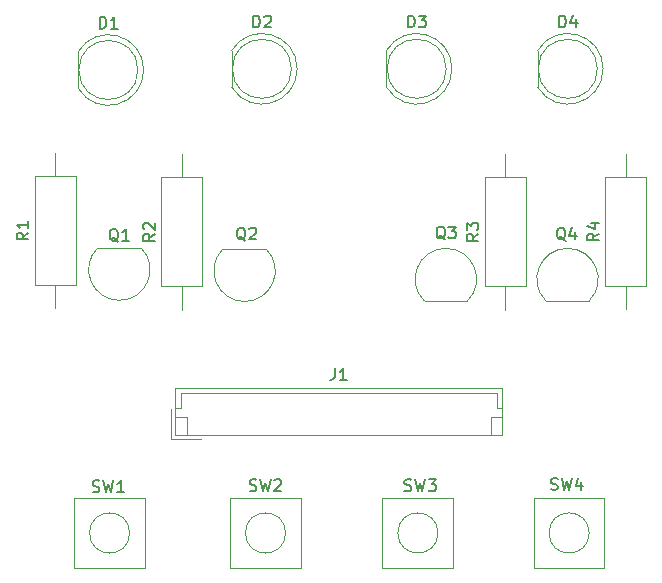
<source format=gbr>
G04 #@! TF.GenerationSoftware,KiCad,Pcbnew,(6.0.4)*
G04 #@! TF.CreationDate,2022-04-20T18:40:44+02:00*
G04 #@! TF.ProjectId,P_ytka_prze__cznika_NE068,50427974-6b61-45f7-9072-7a654205637a,rev?*
G04 #@! TF.SameCoordinates,Original*
G04 #@! TF.FileFunction,Legend,Top*
G04 #@! TF.FilePolarity,Positive*
%FSLAX46Y46*%
G04 Gerber Fmt 4.6, Leading zero omitted, Abs format (unit mm)*
G04 Created by KiCad (PCBNEW (6.0.4)) date 2022-04-20 18:40:44*
%MOMM*%
%LPD*%
G01*
G04 APERTURE LIST*
%ADD10C,0.150000*%
%ADD11C,0.120000*%
G04 APERTURE END LIST*
D10*
G04 #@! TO.C,D3*
X135856904Y-71592380D02*
X135856904Y-70592380D01*
X136095000Y-70592380D01*
X136237857Y-70640000D01*
X136333095Y-70735238D01*
X136380714Y-70830476D01*
X136428333Y-71020952D01*
X136428333Y-71163809D01*
X136380714Y-71354285D01*
X136333095Y-71449523D01*
X136237857Y-71544761D01*
X136095000Y-71592380D01*
X135856904Y-71592380D01*
X136761666Y-70592380D02*
X137380714Y-70592380D01*
X137047380Y-70973333D01*
X137190238Y-70973333D01*
X137285476Y-71020952D01*
X137333095Y-71068571D01*
X137380714Y-71163809D01*
X137380714Y-71401904D01*
X137333095Y-71497142D01*
X137285476Y-71544761D01*
X137190238Y-71592380D01*
X136904523Y-71592380D01*
X136809285Y-71544761D01*
X136761666Y-71497142D01*
G04 #@! TO.C,R1*
X103732380Y-88966666D02*
X103256190Y-89300000D01*
X103732380Y-89538095D02*
X102732380Y-89538095D01*
X102732380Y-89157142D01*
X102780000Y-89061904D01*
X102827619Y-89014285D01*
X102922857Y-88966666D01*
X103065714Y-88966666D01*
X103160952Y-89014285D01*
X103208571Y-89061904D01*
X103256190Y-89157142D01*
X103256190Y-89538095D01*
X103732380Y-88014285D02*
X103732380Y-88585714D01*
X103732380Y-88300000D02*
X102732380Y-88300000D01*
X102875238Y-88395238D01*
X102970476Y-88490476D01*
X103018095Y-88585714D01*
G04 #@! TO.C,SW2*
X122466666Y-110804761D02*
X122609523Y-110852380D01*
X122847619Y-110852380D01*
X122942857Y-110804761D01*
X122990476Y-110757142D01*
X123038095Y-110661904D01*
X123038095Y-110566666D01*
X122990476Y-110471428D01*
X122942857Y-110423809D01*
X122847619Y-110376190D01*
X122657142Y-110328571D01*
X122561904Y-110280952D01*
X122514285Y-110233333D01*
X122466666Y-110138095D01*
X122466666Y-110042857D01*
X122514285Y-109947619D01*
X122561904Y-109900000D01*
X122657142Y-109852380D01*
X122895238Y-109852380D01*
X123038095Y-109900000D01*
X123371428Y-109852380D02*
X123609523Y-110852380D01*
X123800000Y-110138095D01*
X123990476Y-110852380D01*
X124228571Y-109852380D01*
X124561904Y-109947619D02*
X124609523Y-109900000D01*
X124704761Y-109852380D01*
X124942857Y-109852380D01*
X125038095Y-109900000D01*
X125085714Y-109947619D01*
X125133333Y-110042857D01*
X125133333Y-110138095D01*
X125085714Y-110280952D01*
X124514285Y-110852380D01*
X125133333Y-110852380D01*
G04 #@! TO.C,D1*
X109756904Y-71692380D02*
X109756904Y-70692380D01*
X109995000Y-70692380D01*
X110137857Y-70740000D01*
X110233095Y-70835238D01*
X110280714Y-70930476D01*
X110328333Y-71120952D01*
X110328333Y-71263809D01*
X110280714Y-71454285D01*
X110233095Y-71549523D01*
X110137857Y-71644761D01*
X109995000Y-71692380D01*
X109756904Y-71692380D01*
X111280714Y-71692380D02*
X110709285Y-71692380D01*
X110995000Y-71692380D02*
X110995000Y-70692380D01*
X110899761Y-70835238D01*
X110804523Y-70930476D01*
X110709285Y-70978095D01*
G04 #@! TO.C,R2*
X114432380Y-89066666D02*
X113956190Y-89400000D01*
X114432380Y-89638095D02*
X113432380Y-89638095D01*
X113432380Y-89257142D01*
X113480000Y-89161904D01*
X113527619Y-89114285D01*
X113622857Y-89066666D01*
X113765714Y-89066666D01*
X113860952Y-89114285D01*
X113908571Y-89161904D01*
X113956190Y-89257142D01*
X113956190Y-89638095D01*
X113527619Y-88685714D02*
X113480000Y-88638095D01*
X113432380Y-88542857D01*
X113432380Y-88304761D01*
X113480000Y-88209523D01*
X113527619Y-88161904D01*
X113622857Y-88114285D01*
X113718095Y-88114285D01*
X113860952Y-88161904D01*
X114432380Y-88733333D01*
X114432380Y-88114285D01*
G04 #@! TO.C,Q1*
X111334761Y-89747619D02*
X111239523Y-89700000D01*
X111144285Y-89604761D01*
X111001428Y-89461904D01*
X110906190Y-89414285D01*
X110810952Y-89414285D01*
X110858571Y-89652380D02*
X110763333Y-89604761D01*
X110668095Y-89509523D01*
X110620476Y-89319047D01*
X110620476Y-88985714D01*
X110668095Y-88795238D01*
X110763333Y-88700000D01*
X110858571Y-88652380D01*
X111049047Y-88652380D01*
X111144285Y-88700000D01*
X111239523Y-88795238D01*
X111287142Y-88985714D01*
X111287142Y-89319047D01*
X111239523Y-89509523D01*
X111144285Y-89604761D01*
X111049047Y-89652380D01*
X110858571Y-89652380D01*
X112239523Y-89652380D02*
X111668095Y-89652380D01*
X111953809Y-89652380D02*
X111953809Y-88652380D01*
X111858571Y-88795238D01*
X111763333Y-88890476D01*
X111668095Y-88938095D01*
G04 #@! TO.C,D4*
X148656904Y-71592380D02*
X148656904Y-70592380D01*
X148895000Y-70592380D01*
X149037857Y-70640000D01*
X149133095Y-70735238D01*
X149180714Y-70830476D01*
X149228333Y-71020952D01*
X149228333Y-71163809D01*
X149180714Y-71354285D01*
X149133095Y-71449523D01*
X149037857Y-71544761D01*
X148895000Y-71592380D01*
X148656904Y-71592380D01*
X150085476Y-70925714D02*
X150085476Y-71592380D01*
X149847380Y-70544761D02*
X149609285Y-71259047D01*
X150228333Y-71259047D01*
G04 #@! TO.C,R4*
X152032380Y-89046666D02*
X151556190Y-89380000D01*
X152032380Y-89618095D02*
X151032380Y-89618095D01*
X151032380Y-89237142D01*
X151080000Y-89141904D01*
X151127619Y-89094285D01*
X151222857Y-89046666D01*
X151365714Y-89046666D01*
X151460952Y-89094285D01*
X151508571Y-89141904D01*
X151556190Y-89237142D01*
X151556190Y-89618095D01*
X151365714Y-88189523D02*
X152032380Y-88189523D01*
X150984761Y-88427619D02*
X151699047Y-88665714D01*
X151699047Y-88046666D01*
G04 #@! TO.C,SW1*
X109166666Y-110904761D02*
X109309523Y-110952380D01*
X109547619Y-110952380D01*
X109642857Y-110904761D01*
X109690476Y-110857142D01*
X109738095Y-110761904D01*
X109738095Y-110666666D01*
X109690476Y-110571428D01*
X109642857Y-110523809D01*
X109547619Y-110476190D01*
X109357142Y-110428571D01*
X109261904Y-110380952D01*
X109214285Y-110333333D01*
X109166666Y-110238095D01*
X109166666Y-110142857D01*
X109214285Y-110047619D01*
X109261904Y-110000000D01*
X109357142Y-109952380D01*
X109595238Y-109952380D01*
X109738095Y-110000000D01*
X110071428Y-109952380D02*
X110309523Y-110952380D01*
X110500000Y-110238095D01*
X110690476Y-110952380D01*
X110928571Y-109952380D01*
X111833333Y-110952380D02*
X111261904Y-110952380D01*
X111547619Y-110952380D02*
X111547619Y-109952380D01*
X111452380Y-110095238D01*
X111357142Y-110190476D01*
X111261904Y-110238095D01*
G04 #@! TO.C,Q4*
X149204761Y-89647619D02*
X149109523Y-89600000D01*
X149014285Y-89504761D01*
X148871428Y-89361904D01*
X148776190Y-89314285D01*
X148680952Y-89314285D01*
X148728571Y-89552380D02*
X148633333Y-89504761D01*
X148538095Y-89409523D01*
X148490476Y-89219047D01*
X148490476Y-88885714D01*
X148538095Y-88695238D01*
X148633333Y-88600000D01*
X148728571Y-88552380D01*
X148919047Y-88552380D01*
X149014285Y-88600000D01*
X149109523Y-88695238D01*
X149157142Y-88885714D01*
X149157142Y-89219047D01*
X149109523Y-89409523D01*
X149014285Y-89504761D01*
X148919047Y-89552380D01*
X148728571Y-89552380D01*
X150014285Y-88885714D02*
X150014285Y-89552380D01*
X149776190Y-88504761D02*
X149538095Y-89219047D01*
X150157142Y-89219047D01*
G04 #@! TO.C,R3*
X141832380Y-89066666D02*
X141356190Y-89400000D01*
X141832380Y-89638095D02*
X140832380Y-89638095D01*
X140832380Y-89257142D01*
X140880000Y-89161904D01*
X140927619Y-89114285D01*
X141022857Y-89066666D01*
X141165714Y-89066666D01*
X141260952Y-89114285D01*
X141308571Y-89161904D01*
X141356190Y-89257142D01*
X141356190Y-89638095D01*
X140832380Y-88733333D02*
X140832380Y-88114285D01*
X141213333Y-88447619D01*
X141213333Y-88304761D01*
X141260952Y-88209523D01*
X141308571Y-88161904D01*
X141403809Y-88114285D01*
X141641904Y-88114285D01*
X141737142Y-88161904D01*
X141784761Y-88209523D01*
X141832380Y-88304761D01*
X141832380Y-88590476D01*
X141784761Y-88685714D01*
X141737142Y-88733333D01*
G04 #@! TO.C,Q3*
X139004761Y-89547619D02*
X138909523Y-89500000D01*
X138814285Y-89404761D01*
X138671428Y-89261904D01*
X138576190Y-89214285D01*
X138480952Y-89214285D01*
X138528571Y-89452380D02*
X138433333Y-89404761D01*
X138338095Y-89309523D01*
X138290476Y-89119047D01*
X138290476Y-88785714D01*
X138338095Y-88595238D01*
X138433333Y-88500000D01*
X138528571Y-88452380D01*
X138719047Y-88452380D01*
X138814285Y-88500000D01*
X138909523Y-88595238D01*
X138957142Y-88785714D01*
X138957142Y-89119047D01*
X138909523Y-89309523D01*
X138814285Y-89404761D01*
X138719047Y-89452380D01*
X138528571Y-89452380D01*
X139290476Y-88452380D02*
X139909523Y-88452380D01*
X139576190Y-88833333D01*
X139719047Y-88833333D01*
X139814285Y-88880952D01*
X139861904Y-88928571D01*
X139909523Y-89023809D01*
X139909523Y-89261904D01*
X139861904Y-89357142D01*
X139814285Y-89404761D01*
X139719047Y-89452380D01*
X139433333Y-89452380D01*
X139338095Y-89404761D01*
X139290476Y-89357142D01*
G04 #@! TO.C,SW4*
X147966666Y-110704761D02*
X148109523Y-110752380D01*
X148347619Y-110752380D01*
X148442857Y-110704761D01*
X148490476Y-110657142D01*
X148538095Y-110561904D01*
X148538095Y-110466666D01*
X148490476Y-110371428D01*
X148442857Y-110323809D01*
X148347619Y-110276190D01*
X148157142Y-110228571D01*
X148061904Y-110180952D01*
X148014285Y-110133333D01*
X147966666Y-110038095D01*
X147966666Y-109942857D01*
X148014285Y-109847619D01*
X148061904Y-109800000D01*
X148157142Y-109752380D01*
X148395238Y-109752380D01*
X148538095Y-109800000D01*
X148871428Y-109752380D02*
X149109523Y-110752380D01*
X149300000Y-110038095D01*
X149490476Y-110752380D01*
X149728571Y-109752380D01*
X150538095Y-110085714D02*
X150538095Y-110752380D01*
X150300000Y-109704761D02*
X150061904Y-110419047D01*
X150680952Y-110419047D01*
G04 #@! TO.C,D2*
X122756904Y-71592380D02*
X122756904Y-70592380D01*
X122995000Y-70592380D01*
X123137857Y-70640000D01*
X123233095Y-70735238D01*
X123280714Y-70830476D01*
X123328333Y-71020952D01*
X123328333Y-71163809D01*
X123280714Y-71354285D01*
X123233095Y-71449523D01*
X123137857Y-71544761D01*
X122995000Y-71592380D01*
X122756904Y-71592380D01*
X123709285Y-70687619D02*
X123756904Y-70640000D01*
X123852142Y-70592380D01*
X124090238Y-70592380D01*
X124185476Y-70640000D01*
X124233095Y-70687619D01*
X124280714Y-70782857D01*
X124280714Y-70878095D01*
X124233095Y-71020952D01*
X123661666Y-71592380D01*
X124280714Y-71592380D01*
G04 #@! TO.C,J1*
X129666666Y-100452380D02*
X129666666Y-101166666D01*
X129619047Y-101309523D01*
X129523809Y-101404761D01*
X129380952Y-101452380D01*
X129285714Y-101452380D01*
X130666666Y-101452380D02*
X130095238Y-101452380D01*
X130380952Y-101452380D02*
X130380952Y-100452380D01*
X130285714Y-100595238D01*
X130190476Y-100690476D01*
X130095238Y-100738095D01*
G04 #@! TO.C,Q2*
X122104761Y-89647619D02*
X122009523Y-89600000D01*
X121914285Y-89504761D01*
X121771428Y-89361904D01*
X121676190Y-89314285D01*
X121580952Y-89314285D01*
X121628571Y-89552380D02*
X121533333Y-89504761D01*
X121438095Y-89409523D01*
X121390476Y-89219047D01*
X121390476Y-88885714D01*
X121438095Y-88695238D01*
X121533333Y-88600000D01*
X121628571Y-88552380D01*
X121819047Y-88552380D01*
X121914285Y-88600000D01*
X122009523Y-88695238D01*
X122057142Y-88885714D01*
X122057142Y-89219047D01*
X122009523Y-89409523D01*
X121914285Y-89504761D01*
X121819047Y-89552380D01*
X121628571Y-89552380D01*
X122438095Y-88647619D02*
X122485714Y-88600000D01*
X122580952Y-88552380D01*
X122819047Y-88552380D01*
X122914285Y-88600000D01*
X122961904Y-88647619D01*
X123009523Y-88742857D01*
X123009523Y-88838095D01*
X122961904Y-88980952D01*
X122390476Y-89552380D01*
X123009523Y-89552380D01*
G04 #@! TO.C,SW3*
X135566666Y-110804761D02*
X135709523Y-110852380D01*
X135947619Y-110852380D01*
X136042857Y-110804761D01*
X136090476Y-110757142D01*
X136138095Y-110661904D01*
X136138095Y-110566666D01*
X136090476Y-110471428D01*
X136042857Y-110423809D01*
X135947619Y-110376190D01*
X135757142Y-110328571D01*
X135661904Y-110280952D01*
X135614285Y-110233333D01*
X135566666Y-110138095D01*
X135566666Y-110042857D01*
X135614285Y-109947619D01*
X135661904Y-109900000D01*
X135757142Y-109852380D01*
X135995238Y-109852380D01*
X136138095Y-109900000D01*
X136471428Y-109852380D02*
X136709523Y-110852380D01*
X136900000Y-110138095D01*
X137090476Y-110852380D01*
X137328571Y-109852380D01*
X137614285Y-109852380D02*
X138233333Y-109852380D01*
X137900000Y-110233333D01*
X138042857Y-110233333D01*
X138138095Y-110280952D01*
X138185714Y-110328571D01*
X138233333Y-110423809D01*
X138233333Y-110661904D01*
X138185714Y-110757142D01*
X138138095Y-110804761D01*
X138042857Y-110852380D01*
X137757142Y-110852380D01*
X137661904Y-110804761D01*
X137614285Y-110757142D01*
D11*
G04 #@! TO.C,D3*
X134035000Y-73555000D02*
X134035000Y-76645000D01*
X139585000Y-75100462D02*
G75*
G03*
X134035000Y-73555170I-2990000J462D01*
G01*
X134035000Y-76644830D02*
G75*
G03*
X139585000Y-75099538I2560000J1544830D01*
G01*
X139095000Y-75100000D02*
G75*
G03*
X139095000Y-75100000I-2500000J0D01*
G01*
G04 #@! TO.C,R1*
X107720000Y-93420000D02*
X107720000Y-84180000D01*
X107720000Y-84180000D02*
X104280000Y-84180000D01*
X104280000Y-93420000D02*
X107720000Y-93420000D01*
X106000000Y-82220000D02*
X106000000Y-84180000D01*
X106000000Y-95380000D02*
X106000000Y-93420000D01*
X104280000Y-84180000D02*
X104280000Y-93420000D01*
G04 #@! TO.C,SW2*
X126800000Y-117400000D02*
X120800000Y-117400000D01*
X120800000Y-117400000D02*
X120800000Y-111400000D01*
X120800000Y-111400000D02*
X126800000Y-111400000D01*
X126800000Y-111400000D02*
X126800000Y-117400000D01*
X125500000Y-114400000D02*
G75*
G03*
X125500000Y-114400000I-1700000J0D01*
G01*
G04 #@! TO.C,D1*
X107935000Y-73655000D02*
X107935000Y-76745000D01*
X107935000Y-76744830D02*
G75*
G03*
X113485000Y-75199538I2560000J1544830D01*
G01*
X113485000Y-75200462D02*
G75*
G03*
X107935000Y-73655170I-2990000J462D01*
G01*
X112995000Y-75200000D02*
G75*
G03*
X112995000Y-75200000I-2500000J0D01*
G01*
G04 #@! TO.C,R2*
X116700000Y-95480000D02*
X116700000Y-93520000D01*
X118420000Y-93520000D02*
X118420000Y-84280000D01*
X118420000Y-84280000D02*
X114980000Y-84280000D01*
X114980000Y-93520000D02*
X118420000Y-93520000D01*
X116700000Y-82320000D02*
X116700000Y-84280000D01*
X114980000Y-84280000D02*
X114980000Y-93520000D01*
G04 #@! TO.C,Q1*
X113230000Y-90250000D02*
X109630000Y-90250000D01*
X111430000Y-94700001D02*
G75*
G03*
X113268478Y-90261522I0J2600001D01*
G01*
X109591522Y-90261522D02*
G75*
G03*
X111430000Y-94700000I1838478J-1838478D01*
G01*
G04 #@! TO.C,D4*
X146835000Y-73555000D02*
X146835000Y-76645000D01*
X146835000Y-76644830D02*
G75*
G03*
X152385000Y-75099538I2560000J1544830D01*
G01*
X152385000Y-75100462D02*
G75*
G03*
X146835000Y-73555170I-2990000J462D01*
G01*
X151895000Y-75100000D02*
G75*
G03*
X151895000Y-75100000I-2500000J0D01*
G01*
G04 #@! TO.C,R4*
X152580000Y-93500000D02*
X156020000Y-93500000D01*
X156020000Y-84260000D02*
X152580000Y-84260000D01*
X156020000Y-93500000D02*
X156020000Y-84260000D01*
X152580000Y-84260000D02*
X152580000Y-93500000D01*
X154300000Y-95460000D02*
X154300000Y-93500000D01*
X154300000Y-82300000D02*
X154300000Y-84260000D01*
G04 #@! TO.C,SW1*
X113600000Y-117400000D02*
X107600000Y-117400000D01*
X107600000Y-117400000D02*
X107600000Y-111400000D01*
X107600000Y-111400000D02*
X113600000Y-111400000D01*
X113600000Y-111400000D02*
X113600000Y-117400000D01*
X112300000Y-114400000D02*
G75*
G03*
X112300000Y-114400000I-1700000J0D01*
G01*
G04 #@! TO.C,Q4*
X147570000Y-94750000D02*
X151170000Y-94750000D01*
X151208478Y-94738478D02*
G75*
G03*
X149370000Y-90300000I-1838478J1838478D01*
G01*
X149370000Y-90299999D02*
G75*
G03*
X147531522Y-94738478I0J-2600001D01*
G01*
G04 #@! TO.C,R3*
X142380000Y-93520000D02*
X145820000Y-93520000D01*
X145820000Y-84280000D02*
X142380000Y-84280000D01*
X144100000Y-82320000D02*
X144100000Y-84280000D01*
X145820000Y-93520000D02*
X145820000Y-84280000D01*
X142380000Y-84280000D02*
X142380000Y-93520000D01*
X144100000Y-95480000D02*
X144100000Y-93520000D01*
G04 #@! TO.C,Q3*
X137270000Y-94750000D02*
X140870000Y-94750000D01*
X140908478Y-94738478D02*
G75*
G03*
X139070000Y-90300000I-1838478J1838478D01*
G01*
X139070000Y-90299999D02*
G75*
G03*
X137231522Y-94738478I0J-2600001D01*
G01*
G04 #@! TO.C,SW4*
X152500000Y-117400000D02*
X146500000Y-117400000D01*
X146500000Y-117400000D02*
X146500000Y-111400000D01*
X146500000Y-111400000D02*
X152500000Y-111400000D01*
X152500000Y-111400000D02*
X152500000Y-117400000D01*
X151200000Y-114400000D02*
G75*
G03*
X151200000Y-114400000I-1700000J0D01*
G01*
G04 #@! TO.C,D2*
X120935000Y-73555000D02*
X120935000Y-76645000D01*
X126485000Y-75100462D02*
G75*
G03*
X120935000Y-73555170I-2990000J462D01*
G01*
X120935000Y-76644830D02*
G75*
G03*
X126485000Y-75099538I2560000J1544830D01*
G01*
X125995000Y-75100000D02*
G75*
G03*
X125995000Y-75100000I-2500000J0D01*
G01*
G04 #@! TO.C,J1*
X116140000Y-103800000D02*
X116640000Y-103800000D01*
X116140000Y-104610000D02*
X117140000Y-104610000D01*
X116640000Y-102590000D02*
X143360000Y-102590000D01*
X143860000Y-104610000D02*
X142860000Y-104610000D01*
X142860000Y-104610000D02*
X142860000Y-106110000D01*
X143860000Y-106110000D02*
X143860000Y-102090000D01*
X115840000Y-103910000D02*
X115840000Y-106410000D01*
X116140000Y-102090000D02*
X116140000Y-106110000D01*
X143360000Y-103800000D02*
X143860000Y-103800000D01*
X143860000Y-102090000D02*
X116140000Y-102090000D01*
X143360000Y-102590000D02*
X143360000Y-103800000D01*
X116640000Y-103800000D02*
X116640000Y-102590000D01*
X117140000Y-104610000D02*
X117140000Y-106110000D01*
X115840000Y-106410000D02*
X118340000Y-106410000D01*
X116140000Y-106110000D02*
X143860000Y-106110000D01*
G04 #@! TO.C,Q2*
X123830000Y-90350000D02*
X120230000Y-90350000D01*
X122030000Y-94800001D02*
G75*
G03*
X123868478Y-90361522I0J2600001D01*
G01*
X120191522Y-90361522D02*
G75*
G03*
X122030000Y-94800000I1838478J-1838478D01*
G01*
G04 #@! TO.C,SW3*
X139700000Y-117400000D02*
X133700000Y-117400000D01*
X133700000Y-117400000D02*
X133700000Y-111400000D01*
X133700000Y-111400000D02*
X139700000Y-111400000D01*
X139700000Y-111400000D02*
X139700000Y-117400000D01*
X138400000Y-114400000D02*
G75*
G03*
X138400000Y-114400000I-1700000J0D01*
G01*
G04 #@! TD*
M02*

</source>
